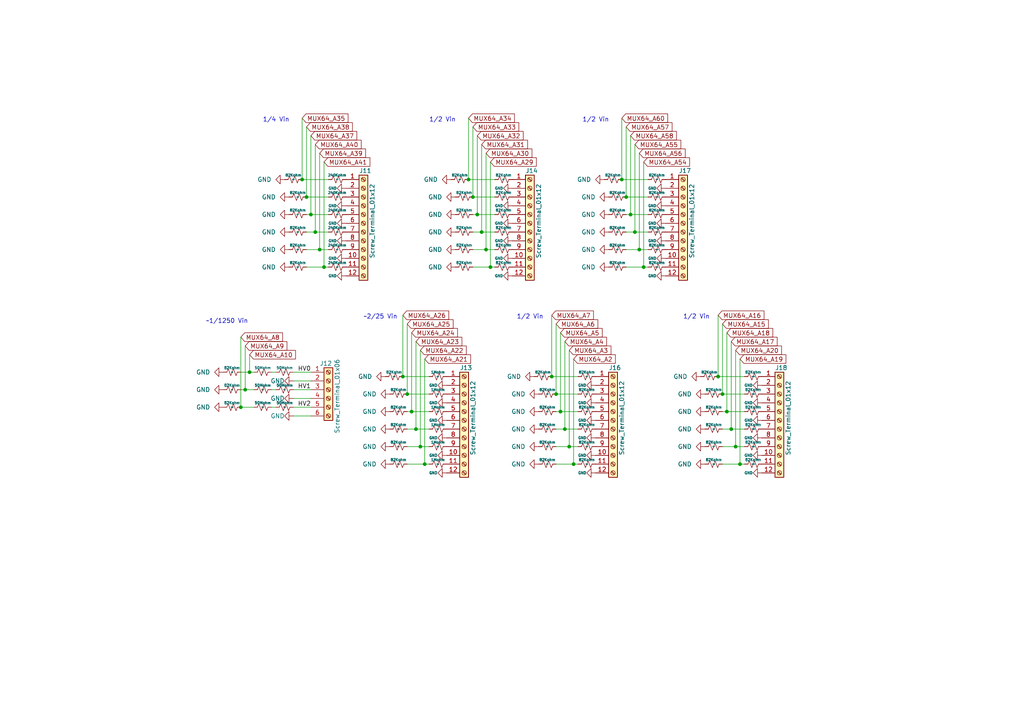
<source format=kicad_sch>
(kicad_sch (version 20230121) (generator eeschema)
  (paper "A4")
  (junction (at 212.09 124.46))
  (junction (at 88.9 57.15))
  (junction (at 209.55 114.3))
  (junction (at 71.12 113.03))
  (junction (at 160.02 109.22))
  (junction (at 210.82 119.38))
  (junction (at 137.16 57.15))
  (junction (at 213.36 129.54))
  (junction (at 214.63 134.62))
  (junction (at 184.15 67.31))
  (junction (at 138.43 62.23))
  (junction (at 93.98 77.47))
  (junction (at 118.11 114.3))
  (junction (at 163.83 124.46))
  (junction (at 182.88 62.23))
  (junction (at 120.65 124.46))
  (junction (at 185.42 72.39))
  (junction (at 87.63 52.07))
  (junction (at 162.56 119.38))
  (junction (at 135.89 52.07))
  (junction (at 116.84 109.22))
  (junction (at 208.28 109.22))
  (junction (at 186.69 77.47))
  (junction (at 69.85 118.11))
  (junction (at 91.44 67.31))
  (junction (at 142.24 77.47))
  (junction (at 161.29 114.3))
  (junction (at 90.17 62.23))
  (junction (at 166.37 134.62))
  (junction (at 165.1 129.54))
  (junction (at 92.71 72.39))
  (junction (at 140.97 72.39))
  (junction (at 72.39 107.95))
  (junction (at 180.34 52.07))
  (junction (at 181.61 57.15))
  (junction (at 123.19 134.62))
  (junction (at 121.92 129.54))
  (junction (at 139.7 67.31))
  (junction (at 119.38 119.38))
  (wire (pts (xy 93.98 46.99) (xy 93.98 77.47)))
  (wire (pts (xy 209.55 129.54) (xy 213.36 129.54)))
  (wire (pts (xy 88.9 77.47) (xy 93.98 77.47)))
  (wire (pts (xy 78.74 113.03) (xy 80.01 113.03)))
  (wire (pts (xy 90.17 118.11) (xy 85.09 118.11)))
  (wire (pts (xy 119.38 119.38) (xy 124.46 119.38)))
  (wire (pts (xy 123.19 134.62) (xy 124.46 134.62)))
  (wire (pts (xy 142.24 46.99) (xy 142.24 77.47)))
  (wire (pts (xy 208.28 109.22) (xy 215.9 109.22)))
  (wire (pts (xy 161.29 134.62) (xy 166.37 134.62)))
  (wire (pts (xy 180.34 52.07) (xy 187.96 52.07)))
  (wire (pts (xy 160.02 109.22) (xy 160.02 91.44)))
  (wire (pts (xy 116.84 109.22) (xy 124.46 109.22)))
  (wire (pts (xy 119.38 96.52) (xy 119.38 119.38)))
  (wire (pts (xy 90.17 113.03) (xy 85.09 113.03)))
  (wire (pts (xy 162.56 96.52) (xy 162.56 119.38)))
  (wire (pts (xy 162.56 119.38) (xy 167.64 119.38)))
  (wire (pts (xy 71.12 113.03) (xy 71.12 100.33)))
  (wire (pts (xy 184.15 67.31) (xy 187.96 67.31)))
  (wire (pts (xy 88.9 67.31) (xy 91.44 67.31)))
  (wire (pts (xy 160.02 109.22) (xy 167.64 109.22)))
  (wire (pts (xy 135.89 52.07) (xy 143.51 52.07)))
  (wire (pts (xy 184.15 67.31) (xy 184.15 41.91)))
  (wire (pts (xy 93.98 77.47) (xy 95.25 77.47)))
  (wire (pts (xy 212.09 124.46) (xy 212.09 99.06)))
  (wire (pts (xy 92.71 72.39) (xy 95.25 72.39)))
  (wire (pts (xy 182.88 39.37) (xy 182.88 62.23)))
  (wire (pts (xy 137.16 57.15) (xy 143.51 57.15)))
  (wire (pts (xy 181.61 57.15) (xy 181.61 36.83)))
  (wire (pts (xy 137.16 72.39) (xy 140.97 72.39)))
  (wire (pts (xy 166.37 104.14) (xy 166.37 134.62)))
  (wire (pts (xy 161.29 119.38) (xy 162.56 119.38)))
  (wire (pts (xy 140.97 44.45) (xy 140.97 72.39)))
  (wire (pts (xy 210.82 96.52) (xy 210.82 119.38)))
  (wire (pts (xy 166.37 134.62) (xy 167.64 134.62)))
  (wire (pts (xy 185.42 72.39) (xy 187.96 72.39)))
  (wire (pts (xy 137.16 77.47) (xy 142.24 77.47)))
  (wire (pts (xy 78.74 118.11) (xy 80.01 118.11)))
  (wire (pts (xy 92.71 44.45) (xy 92.71 72.39)))
  (wire (pts (xy 90.17 107.95) (xy 85.09 107.95)))
  (wire (pts (xy 90.17 39.37) (xy 90.17 62.23)))
  (wire (pts (xy 142.24 77.47) (xy 143.51 77.47)))
  (wire (pts (xy 214.63 104.14) (xy 214.63 134.62)))
  (wire (pts (xy 121.92 101.6) (xy 121.92 129.54)))
  (wire (pts (xy 213.36 129.54) (xy 215.9 129.54)))
  (wire (pts (xy 90.17 62.23) (xy 95.25 62.23)))
  (wire (pts (xy 161.29 114.3) (xy 161.29 93.98)))
  (wire (pts (xy 118.11 134.62) (xy 123.19 134.62)))
  (wire (pts (xy 182.88 62.23) (xy 187.96 62.23)))
  (wire (pts (xy 139.7 67.31) (xy 143.51 67.31)))
  (wire (pts (xy 212.09 124.46) (xy 215.9 124.46)))
  (wire (pts (xy 181.61 62.23) (xy 182.88 62.23)))
  (wire (pts (xy 121.92 129.54) (xy 124.46 129.54)))
  (wire (pts (xy 208.28 109.22) (xy 208.28 91.44)))
  (wire (pts (xy 116.84 109.22) (xy 116.84 91.44)))
  (wire (pts (xy 209.55 124.46) (xy 212.09 124.46)))
  (wire (pts (xy 87.63 52.07) (xy 95.25 52.07)))
  (wire (pts (xy 186.69 46.99) (xy 186.69 77.47)))
  (wire (pts (xy 88.9 57.15) (xy 95.25 57.15)))
  (wire (pts (xy 88.9 57.15) (xy 88.9 36.83)))
  (wire (pts (xy 138.43 39.37) (xy 138.43 62.23)))
  (wire (pts (xy 118.11 119.38) (xy 119.38 119.38)))
  (wire (pts (xy 181.61 67.31) (xy 184.15 67.31)))
  (wire (pts (xy 165.1 129.54) (xy 167.64 129.54)))
  (wire (pts (xy 118.11 124.46) (xy 120.65 124.46)))
  (wire (pts (xy 180.34 52.07) (xy 180.34 34.29)))
  (wire (pts (xy 139.7 67.31) (xy 139.7 41.91)))
  (wire (pts (xy 163.83 124.46) (xy 167.64 124.46)))
  (wire (pts (xy 137.16 57.15) (xy 137.16 36.83)))
  (wire (pts (xy 118.11 114.3) (xy 124.46 114.3)))
  (wire (pts (xy 214.63 134.62) (xy 215.9 134.62)))
  (wire (pts (xy 88.9 62.23) (xy 90.17 62.23)))
  (wire (pts (xy 161.29 124.46) (xy 163.83 124.46)))
  (wire (pts (xy 69.85 97.79) (xy 69.85 118.11)))
  (wire (pts (xy 120.65 124.46) (xy 120.65 99.06)))
  (wire (pts (xy 165.1 101.6) (xy 165.1 129.54)))
  (wire (pts (xy 137.16 67.31) (xy 139.7 67.31)))
  (wire (pts (xy 69.85 118.11) (xy 73.66 118.11)))
  (wire (pts (xy 161.29 129.54) (xy 165.1 129.54)))
  (wire (pts (xy 72.39 107.95) (xy 73.66 107.95)))
  (wire (pts (xy 137.16 62.23) (xy 138.43 62.23)))
  (wire (pts (xy 90.17 120.65) (xy 85.09 120.65)))
  (wire (pts (xy 135.89 52.07) (xy 135.89 34.29)))
  (wire (pts (xy 163.83 124.46) (xy 163.83 99.06)))
  (wire (pts (xy 87.63 52.07) (xy 87.63 34.29)))
  (wire (pts (xy 209.55 114.3) (xy 215.9 114.3)))
  (wire (pts (xy 140.97 72.39) (xy 143.51 72.39)))
  (wire (pts (xy 120.65 124.46) (xy 124.46 124.46)))
  (wire (pts (xy 91.44 67.31) (xy 95.25 67.31)))
  (wire (pts (xy 138.43 62.23) (xy 143.51 62.23)))
  (wire (pts (xy 209.55 114.3) (xy 209.55 93.98)))
  (wire (pts (xy 118.11 114.3) (xy 118.11 93.98)))
  (wire (pts (xy 213.36 101.6) (xy 213.36 129.54)))
  (wire (pts (xy 88.9 72.39) (xy 92.71 72.39)))
  (wire (pts (xy 91.44 67.31) (xy 91.44 41.91)))
  (wire (pts (xy 185.42 44.45) (xy 185.42 72.39)))
  (wire (pts (xy 181.61 72.39) (xy 185.42 72.39)))
  (wire (pts (xy 181.61 57.15) (xy 187.96 57.15)))
  (wire (pts (xy 71.12 113.03) (xy 73.66 113.03)))
  (wire (pts (xy 69.85 113.03) (xy 71.12 113.03)))
  (wire (pts (xy 69.85 107.95) (xy 72.39 107.95)))
  (wire (pts (xy 161.29 114.3) (xy 167.64 114.3)))
  (wire (pts (xy 123.19 104.14) (xy 123.19 134.62)))
  (wire (pts (xy 209.55 134.62) (xy 214.63 134.62)))
  (wire (pts (xy 210.82 119.38) (xy 215.9 119.38)))
  (wire (pts (xy 186.69 77.47) (xy 187.96 77.47)))
  (wire (pts (xy 118.11 129.54) (xy 121.92 129.54)))
  (wire (pts (xy 90.17 115.57) (xy 85.09 115.57)))
  (wire (pts (xy 72.39 107.95) (xy 72.39 102.87)))
  (wire (pts (xy 209.55 119.38) (xy 210.82 119.38)))
  (wire (pts (xy 181.61 77.47) (xy 186.69 77.47)))
  (wire (pts (xy 78.74 107.95) (xy 80.01 107.95)))
  (wire (pts (xy 90.17 110.49) (xy 85.09 110.49)))
  (text "~2/25 Vin" (at 105.41 92.71 0) (effects (font (size 1.27 1.27)) (justify left bottom)))
  (text "~1/1250 Vin" (at 59.69 93.98 0) (effects (font (size 1.27 1.27)) (justify left bottom)))
  (text "1/2 Vin" (at 124.46 35.56 0) (effects (font (size 1.27 1.27)) (justify left bottom)))
  (text "1/4 Vin" (at 76.2 35.56 0) (effects (font (size 1.27 1.27)) (justify left bottom)))
  (text "1/2 Vin" (at 168.91 35.56 0) (effects (font (size 1.27 1.27)) (justify left bottom)))
  (text "1/2 Vin" (at 149.86 92.71 0) (effects (font (size 1.27 1.27)) (justify left bottom)))
  (text "1/2 Vin" (at 198.12 92.71 0) (effects (font (size 1.27 1.27)) (justify left bottom)))
  (label "HV0" (at 86.36 107.95 0))
  (label "HV1" (at 86.36 113.03 0))
  (label "HV2" (at 86.36 118.11 0))
  (global_label "MUX64_A21" (shape input) (at 123.19 104.14 0) (property "Intersheetrefs" "${INTERSHEET_REFS}" (effects hide)))
  (global_label "MUX64_A35" (shape input) (at 87.63 34.29 0) (property "Intersheetrefs" "${INTERSHEET_REFS}" (effects hide)))
  (global_label "MUX64_A32" (shape input) (at 138.43 39.37 0) (property "Intersheetrefs" "${INTERSHEET_REFS}" (effects hide)))
  (global_label "MUX64_A54" (shape input) (at 186.69 46.99 0) (property "Intersheetrefs" "${INTERSHEET_REFS}" (effects hide)))
  (global_label "MUX64_A3" (shape input) (at 165.1 101.6 0) (property "Intersheetrefs" "${INTERSHEET_REFS}" (effects hide)))
  (global_label "MUX64_A8" (shape input) (at 69.85 97.79 0) (property "Intersheetrefs" "${INTERSHEET_REFS}" (effects hide)))
  (global_label "MUX64_A22" (shape input) (at 121.92 101.6 0) (property "Intersheetrefs" "${INTERSHEET_REFS}" (effects hide)))
  (global_label "MUX64_A55" (shape input) (at 184.15 41.91 0) (property "Intersheetrefs" "${INTERSHEET_REFS}" (effects hide)))
  (global_label "MUX64_A29" (shape input) (at 142.24 46.99 0) (property "Intersheetrefs" "${INTERSHEET_REFS}" (effects hide)))
  (global_label "MUX64_A40" (shape input) (at 91.44 41.91 0) (property "Intersheetrefs" "${INTERSHEET_REFS}" (effects hide)))
  (global_label "MUX64_A34" (shape input) (at 135.89 34.29 0) (property "Intersheetrefs" "${INTERSHEET_REFS}" (effects hide)))
  (global_label "MUX64_A56" (shape input) (at 185.42 44.45 0) (property "Intersheetrefs" "${INTERSHEET_REFS}" (effects hide)))
  (global_label "MUX64_A24" (shape input) (at 119.38 96.52 0) (property "Intersheetrefs" "${INTERSHEET_REFS}" (effects hide)))
  (global_label "MUX64_A37" (shape input) (at 90.17 39.37 0) (property "Intersheetrefs" "${INTERSHEET_REFS}" (effects hide)))
  (global_label "MUX64_A60" (shape input) (at 180.34 34.29 0) (property "Intersheetrefs" "${INTERSHEET_REFS}" (effects hide)))
  (global_label "MUX64_A5" (shape input) (at 162.56 96.52 0) (property "Intersheetrefs" "${INTERSHEET_REFS}" (effects hide)))
  (global_label "MUX64_A10" (shape input) (at 72.39 102.87 0) (property "Intersheetrefs" "${INTERSHEET_REFS}" (effects hide)))
  (global_label "MUX64_A26" (shape input) (at 116.84 91.44 0) (property "Intersheetrefs" "${INTERSHEET_REFS}" (effects hide)))
  (global_label "MUX64_A20" (shape input) (at 213.36 101.6 0) (property "Intersheetrefs" "${INTERSHEET_REFS}" (effects hide)))
  (global_label "MUX64_A58" (shape input) (at 182.88 39.37 0) (property "Intersheetrefs" "${INTERSHEET_REFS}" (effects hide)))
  (global_label "MUX64_A30" (shape input) (at 140.97 44.45 0) (property "Intersheetrefs" "${INTERSHEET_REFS}" (effects hide)))
  (global_label "MUX64_A9" (shape input) (at 71.12 100.33 0) (property "Intersheetrefs" "${INTERSHEET_REFS}" (effects hide)))
  (global_label "MUX64_A31" (shape input) (at 139.7 41.91 0) (property "Intersheetrefs" "${INTERSHEET_REFS}" (effects hide)))
  (global_label "MUX64_A7" (shape input) (at 160.02 91.44 0) (property "Intersheetrefs" "${INTERSHEET_REFS}" (effects hide)))
  (global_label "MUX64_A57" (shape input) (at 181.61 36.83 0) (property "Intersheetrefs" "${INTERSHEET_REFS}" (effects hide)))
  (global_label "MUX64_A19" (shape input) (at 214.63 104.14 0) (property "Intersheetrefs" "${INTERSHEET_REFS}" (effects hide)))
  (global_label "MUX64_A38" (shape input) (at 88.9 36.83 0) (property "Intersheetrefs" "${INTERSHEET_REFS}" (effects hide)))
  (global_label "MUX64_A23" (shape input) (at 120.65 99.06 0) (property "Intersheetrefs" "${INTERSHEET_REFS}" (effects hide)))
  (global_label "MUX64_A39" (shape input) (at 92.71 44.45 0) (property "Intersheetrefs" "${INTERSHEET_REFS}" (effects hide)))
  (global_label "MUX64_A16" (shape input) (at 208.28 91.44 0) (property "Intersheetrefs" "${INTERSHEET_REFS}" (effects hide)))
  (global_label "MUX64_A25" (shape input) (at 118.11 93.98 0) (property "Intersheetrefs" "${INTERSHEET_REFS}" (effects hide)))
  (global_label "MUX64_A33" (shape input) (at 137.16 36.83 0) (property "Intersheetrefs" "${INTERSHEET_REFS}" (effects hide)))
  (global_label "MUX64_A17" (shape input) (at 212.09 99.06 0) (property "Intersheetrefs" "${INTERSHEET_REFS}" (effects hide)))
  (global_label "MUX64_A41" (shape input) (at 93.98 46.99 0) (property "Intersheetrefs" "${INTERSHEET_REFS}" (effects hide)))
  (global_label "MUX64_A18" (shape input) (at 210.82 96.52 0) (property "Intersheetrefs" "${INTERSHEET_REFS}" (effects hide)))
  (global_label "MUX64_A2" (shape input) (at 166.37 104.14 0) (property "Intersheetrefs" "${INTERSHEET_REFS}" (effects hide)))
  (global_label "MUX64_A4" (shape input) (at 163.83 99.06 0) (property "Intersheetrefs" "${INTERSHEET_REFS}" (effects hide)))
  (global_label "MUX64_A6" (shape input) (at 161.29 93.98 0) (property "Intersheetrefs" "${INTERSHEET_REFS}" (effects hide)))
  (global_label "MUX64_A15" (shape input) (at 209.55 93.98 0) (property "Intersheetrefs" "${INTERSHEET_REFS}" (effects hide)))
  (symbol (lib_id "power:GND") (at 85.09 110.49 270) (unit 1)
    (property "Reference" "#PWR0171" (effects hide))
    (property "Value" "GND" (at 82.55 110.49 90) (effects (justify right)))
  )
  (symbol (lib_id "power:GND") (at 204.47 119.38 270) (unit 1)
    (property "Reference" "#PWR0137" (effects hide))
    (property "Value" "GND" (at 200.66 119.3799 90) (effects (justify right)))
  )
  (symbol (lib_id "Device:R_Small_US") (at 86.36 57.15 90) (unit 1)
    (property "Reference" "R16" (at 86.36 57.15 90) (effects (font (size 0.25 0.25))))
    (property "Value" "82Kohm" (at 86.36 55.88 90) (effects (font (size 0.75 0.75))))
    (property "Footprint" "Resistor_SMD:R_0805_2012Metric" (effects hide))
  )
  (symbol (lib_id "power:GND") (at 204.47 134.62 270) (unit 1)
    (property "Reference" "#PWR0132" (effects hide))
    (property "Value" "GND" (at 200.66 134.6199 90) (effects (justify right)))
  )
  (symbol (lib_id "power:GND") (at 172.72 111.76 270) (unit 1)
    (property "Reference" "#PWR0147" (effects hide))
    (property "Value" "GND" (at 167.64 111.76 90) (effects (font (size 0.75 0.75)) (justify left)))
  )
  (symbol (lib_id "power:GND") (at 204.47 114.3 270) (unit 1)
    (property "Reference" "#PWR0138" (effects hide))
    (property "Value" "GND" (at 200.66 114.2999 90) (effects (justify right)))
  )
  (symbol (lib_id "power:GND") (at 85.09 115.57 270) (unit 1)
    (property "Reference" "#PWR0169" (effects hide))
    (property "Value" "GND" (at 82.55 115.57 90) (effects (justify right)))
  )
  (symbol (lib_id "Device:R_Small_US") (at 86.36 62.23 90) (unit 1)
    (property "Reference" "R17" (at 86.36 62.23 90) (effects (font (size 0.25 0.25))))
    (property "Value" "82Kohm" (at 86.36 60.96 90) (effects (font (size 0.75 0.75))))
    (property "Footprint" "Resistor_SMD:R_0805_2012Metric" (effects hide))
  )
  (symbol (lib_id "Device:R_Small_US") (at 146.05 77.47 90) (unit 1)
    (property "Reference" "R62" (at 146.05 77.47 90) (effects (font (size 0.25 0.25))))
    (property "Value" "82Kohm" (at 146.05 76.2 90) (effects (font (size 0.75 0.75))))
    (property "Footprint" "Resistor_SMD:R_0805_2012Metric" (effects hide))
  )
  (symbol (lib_id "Device:R_Small_US") (at 115.57 114.3 90) (unit 1)
    (property "Reference" "R41" (at 115.57 114.3 90) (effects (font (size 0.25 0.25))))
    (property "Value" "82Kohm" (at 115.57 113.03 90) (effects (font (size 0.75 0.75))))
    (property "Footprint" "Resistor_SMD:R_0805_2012Metric" (effects hide))
  )
  (symbol (lib_id "Device:R_Small_US") (at 146.05 67.31 90) (unit 1)
    (property "Reference" "R60" (at 146.05 67.31 90) (effects (font (size 0.25 0.25))))
    (property "Value" "82Kohm" (at 146.05 66.04 90) (effects (font (size 0.75 0.75))))
    (property "Footprint" "Resistor_SMD:R_0805_2012Metric" (effects hide))
  )
  (symbol (lib_id "Device:R_Small_US") (at 190.5 67.31 90) (unit 1)
    (property "Reference" "R102" (at 190.5 67.31 90) (effects (font (size 0.25 0.25))))
    (property "Value" "82Kohm" (at 190.5 66.04 90) (effects (font (size 0.75 0.75))))
    (property "Footprint" "Resistor_SMD:R_0805_2012Metric" (effects hide))
  )
  (symbol (lib_id "Connector:Screw_Terminal_01x12") (at 134.62 121.92 0) (unit 1)
    (property "Reference" "J13" (at 133.35 106.68 0) (effects (justify left)))
    (property "Value" "Screw_Terminal_01x12" (at 137.16 132.08 90) (effects (justify left)))
    (property "Footprint" "TerminalBlock_Phoenix:TerminalBlock_Phoenix_MPT-0,5-12-2.54_1x12_P2.54mm_Horizontal" (effects hide))
  )
  (symbol (lib_id "power:GND") (at 193.04 74.93 270) (unit 1)
    (property "Reference" "#PWR0210" (effects hide))
    (property "Value" "GND" (at 187.96 74.93 90) (effects (font (size 0.75 0.75)) (justify left)))
  )
  (symbol (lib_id "Connector:Screw_Terminal_01x12") (at 153.67 64.77 0) (unit 1)
    (property "Reference" "J14" (at 152.4 49.53 0) (effects (justify left)))
    (property "Value" "Screw_Terminal_01x12" (at 156.21 74.93 90) (effects (justify left)))
    (property "Footprint" "TerminalBlock_Phoenix:TerminalBlock_Phoenix_MPT-0,5-12-2.54_1x12_P2.54mm_Horizontal" (effects hide))
  )
  (symbol (lib_id "power:GND") (at 100.33 80.01 270) (unit 1)
    (property "Reference" "#PWR0168" (effects hide))
    (property "Value" "GND" (at 95.25 80.01 90) (effects (font (size 0.75 0.75)) (justify left)))
  )
  (symbol (lib_id "Device:R_Small_US") (at 218.44 134.62 90) (unit 1)
    (property "Reference" "R110" (at 218.44 134.62 90) (effects (font (size 0.25 0.25))))
    (property "Value" "82Kohm" (at 218.44 133.35 90) (effects (font (size 0.75 0.75))))
    (property "Footprint" "Resistor_SMD:R_0805_2012Metric" (effects hide))
  )
  (symbol (lib_id "power:GND") (at 111.76 109.22 270) (unit 1)
    (property "Reference" "#PWR0195" (effects hide))
    (property "Value" "GND" (at 107.95 109.2199 90) (effects (justify right)))
  )
  (symbol (lib_id "Device:R_Small_US") (at 86.36 77.47 90) (unit 1)
    (property "Reference" "R20" (at 86.36 77.47 90) (effects (font (size 0.25 0.25))))
    (property "Value" "82Kohm" (at 86.36 76.2 90) (effects (font (size 0.75 0.75))))
    (property "Footprint" "Resistor_SMD:R_0805_2012Metric" (effects hide))
  )
  (symbol (lib_id "Device:R_Small_US") (at 179.07 57.15 90) (unit 1)
    (property "Reference" "R89" (at 179.07 57.15 90) (effects (font (size 0.25 0.25))))
    (property "Value" "82Kohm" (at 179.07 55.88 90) (effects (font (size 0.75 0.75))))
    (property "Footprint" "Resistor_SMD:R_0805_2012Metric" (effects hide))
  )
  (symbol (lib_id "Device:R_Small_US") (at 146.05 52.07 90) (unit 1)
    (property "Reference" "R57" (at 146.05 52.07 90) (effects (font (size 0.25 0.25))))
    (property "Value" "82Kohm" (at 146.05 50.8 90) (effects (font (size 0.75 0.75))))
    (property "Footprint" "Resistor_SMD:R_0805_2012Metric" (effects hide))
  )
  (symbol (lib_id "Device:R_Small_US") (at 218.44 114.3 90) (unit 1)
    (property "Reference" "R106" (at 218.44 114.3 90) (effects (font (size 0.25 0.25))))
    (property "Value" "82Kohm" (at 218.44 113.03 90) (effects (font (size 0.75 0.75))))
    (property "Footprint" "Resistor_SMD:R_0805_2012Metric" (effects hide))
  )
  (symbol (lib_id "power:GND") (at 100.33 74.93 270) (unit 1)
    (property "Reference" "#PWR0188" (effects hide))
    (property "Value" "GND" (at 95.25 74.93 90) (effects (font (size 0.75 0.75)) (justify left)))
  )
  (symbol (lib_id "power:GND") (at 132.08 62.23 270) (unit 1)
    (property "Reference" "#PWR0162" (effects hide))
    (property "Value" "GND" (at 128.27 62.2299 90) (effects (justify right)))
  )
  (symbol (lib_id "power:GND") (at 193.04 59.69 270) (unit 1)
    (property "Reference" "#PWR0224" (effects hide))
    (property "Value" "GND" (at 187.96 59.69 90) (effects (font (size 0.75 0.75)) (justify left)))
  )
  (symbol (lib_id "power:GND") (at 176.53 62.23 270) (unit 1)
    (property "Reference" "#PWR0227" (effects hide))
    (property "Value" "GND" (at 172.72 62.2299 90) (effects (justify right)))
  )
  (symbol (lib_id "Device:R_Small_US") (at 134.62 67.31 90) (unit 1)
    (property "Reference" "R48" (at 134.62 67.31 90) (effects (font (size 0.25 0.25))))
    (property "Value" "82Kohm" (at 134.62 66.04 90) (effects (font (size 0.75 0.75))))
    (property "Footprint" "Resistor_SMD:R_0805_2012Metric" (effects hide))
  )
  (symbol (lib_id "Device:R_Small_US") (at 179.07 72.39 90) (unit 1)
    (property "Reference" "R92" (at 179.07 72.39 90) (effects (font (size 0.25 0.25))))
    (property "Value" "82Kohm" (at 179.07 71.12 90) (effects (font (size 0.75 0.75))))
    (property "Footprint" "Resistor_SMD:R_0805_2012Metric" (effects hide))
  )
  (symbol (lib_id "Device:R_Small_US") (at 127 109.22 90) (unit 1)
    (property "Reference" "R51" (at 127 109.22 90) (effects (font (size 0.25 0.25))))
    (property "Value" "1Mohm" (at 127 107.95 90) (effects (font (size 0.75 0.75))))
    (property "Footprint" "Resistor_SMD:R_0805_2012Metric" (effects hide))
  )
  (symbol (lib_id "Device:R_Small_US") (at 127 129.54 90) (unit 1)
    (property "Reference" "R55" (at 127 129.54 90) (effects (font (size 0.25 0.25))))
    (property "Value" "1Mohm" (at 127 128.27 90) (effects (font (size 0.75 0.75))))
    (property "Footprint" "Resistor_SMD:R_0805_2012Metric" (effects hide))
  )
  (symbol (lib_id "Connector:Screw_Terminal_01x12") (at 177.8 121.92 0) (unit 1)
    (property "Reference" "J16" (at 176.53 106.68 0) (effects (justify left)))
    (property "Value" "Screw_Terminal_01x12" (at 180.34 132.08 90) (effects (justify left)))
    (property "Footprint" "TerminalBlock_Phoenix:TerminalBlock_Phoenix_MPT-0,5-12-2.54_1x12_P2.54mm_Horizontal" (effects hide))
  )
  (symbol (lib_id "Device:R_Small_US") (at 82.55 118.11 90) (unit 1)
    (property "Reference" "R22" (at 82.55 118.11 90) (effects (font (size 0.25 0.25))))
    (property "Value" "50Mohm" (at 82.55 116.84 90) (effects (font (size 0.75 0.75))))
    (property "Footprint" "Resistor_SMD:R_1206_3216Metric" (effects hide))
  )
  (symbol (lib_id "Device:R_Small_US") (at 218.44 119.38 90) (unit 1)
    (property "Reference" "R107" (at 218.44 119.38 90) (effects (font (size 0.25 0.25))))
    (property "Value" "82Kohm" (at 218.44 118.11 90) (effects (font (size 0.75 0.75))))
    (property "Footprint" "Resistor_SMD:R_0805_2012Metric" (effects hide))
  )
  (symbol (lib_id "Device:R_Small_US") (at 218.44 109.22 90) (unit 1)
    (property "Reference" "R105" (at 218.44 109.22 90) (effects (font (size 0.25 0.25))))
    (property "Value" "82Kohm" (at 218.44 107.95 90) (effects (font (size 0.75 0.75))))
    (property "Footprint" "Resistor_SMD:R_0805_2012Metric" (effects hide))
  )
  (symbol (lib_id "power:GND") (at 129.54 127 270) (unit 1)
    (property "Reference" "#PWR0150" (effects hide))
    (property "Value" "GND" (at 124.46 127 90) (effects (font (size 0.75 0.75)) (justify left)))
  )
  (symbol (lib_id "Device:R_Small_US") (at 190.5 57.15 90) (unit 1)
    (property "Reference" "R100" (at 190.5 57.15 90) (effects (font (size 0.25 0.25))))
    (property "Value" "82Kohm" (at 190.5 55.88 90) (effects (font (size 0.75 0.75))))
    (property "Footprint" "Resistor_SMD:R_0805_2012Metric" (effects hide))
  )
  (symbol (lib_id "power:GND") (at 132.08 77.47 270) (unit 1)
    (property "Reference" "#PWR0165" (effects hide))
    (property "Value" "GND" (at 128.27 77.4699 90) (effects (justify right)))
  )
  (symbol (lib_id "Device:R_Small_US") (at 170.18 134.62 90) (unit 1)
    (property "Reference" "R86" (at 170.18 134.62 90) (effects (font (size 0.25 0.25))))
    (property "Value" "82Kohm" (at 170.18 133.35 90) (effects (font (size 0.75 0.75))))
    (property "Footprint" "Resistor_SMD:R_0805_2012Metric" (effects hide))
  )
  (symbol (lib_id "power:GND") (at 203.2 109.22 270) (unit 1)
    (property "Reference" "#PWR0139" (effects hide))
    (property "Value" "GND" (at 199.39 109.2199 90) (effects (justify right)))
  )
  (symbol (lib_id "power:GND") (at 172.72 127 270) (unit 1)
    (property "Reference" "#PWR0144" (effects hide))
    (property "Value" "GND" (at 167.64 127 90) (effects (font (size 0.75 0.75)) (justify left)))
  )
  (symbol (lib_id "Device:R_Small_US") (at 97.79 52.07 90) (unit 1)
    (property "Reference" "R27" (at 97.79 52.07 90) (effects (font (size 0.25 0.25))))
    (property "Value" "240Kohm" (at 97.79 50.8 90) (effects (font (size 0.75 0.75))))
    (property "Footprint" "Resistor_SMD:R_0805_2012Metric" (effects hide))
  )
  (symbol (lib_id "Device:R_Small_US") (at 67.31 118.11 90) (unit 1)
    (property "Reference" "R10" (at 67.31 118.11 90) (effects (font (size 0.25 0.25))))
    (property "Value" "82Kohm" (at 67.31 116.84 90) (effects (font (size 0.75 0.75))))
    (property "Footprint" "Resistor_SMD:R_0805_2012Metric" (effects hide))
  )
  (symbol (lib_id "Device:R_Small_US") (at 157.48 109.22 90) (unit 1)
    (property "Reference" "R64" (at 157.48 109.22 90) (effects (font (size 0.25 0.25))))
    (property "Value" "82Kohm" (at 157.48 107.95 90) (effects (font (size 0.75 0.75))))
    (property "Footprint" "Resistor_SMD:R_0805_2012Metric" (effects hide))
  )
  (symbol (lib_id "Device:R_Small_US") (at 207.01 134.62 90) (unit 1)
    (property "Reference" "R98" (at 207.01 134.62 90) (effects (font (size 0.25 0.25))))
    (property "Value" "82Kohm" (at 207.01 133.35 90) (effects (font (size 0.75 0.75))))
    (property "Footprint" "Resistor_SMD:R_0805_2012Metric" (effects hide))
  )
  (symbol (lib_id "Device:R_Small_US") (at 170.18 109.22 90) (unit 1)
    (property "Reference" "R81" (at 170.18 109.22 90) (effects (font (size 0.25 0.25))))
    (property "Value" "82Kohm" (at 170.18 107.95 90) (effects (font (size 0.75 0.75))))
    (property "Footprint" "Resistor_SMD:R_0805_2012Metric" (effects hide))
  )
  (symbol (lib_id "power:GND") (at 132.08 57.15 270) (unit 1)
    (property "Reference" "#PWR0163" (effects hide))
    (property "Value" "GND" (at 128.27 57.1499 90) (effects (justify right)))
  )
  (symbol (lib_id "Device:R_Small_US") (at 158.75 124.46 90) (unit 1)
    (property "Reference" "R72" (at 158.75 124.46 90) (effects (font (size 0.25 0.25))))
    (property "Value" "82Kohm" (at 158.75 123.19 90) (effects (font (size 0.75 0.75))))
    (property "Footprint" "Resistor_SMD:R_0805_2012Metric" (effects hide))
  )
  (symbol (lib_id "power:GND") (at 154.94 109.22 270) (unit 1)
    (property "Reference" "#PWR0161" (effects hide))
    (property "Value" "GND" (at 151.13 109.2199 90) (effects (justify right)))
  )
  (symbol (lib_id "Device:R_Small_US") (at 115.57 134.62 90) (unit 1)
    (property "Reference" "R45" (at 115.57 134.62 90) (effects (font (size 0.25 0.25))))
    (property "Value" "82Kohm" (at 115.57 133.35 90) (effects (font (size 0.75 0.75))))
    (property "Footprint" "Resistor_SMD:R_0805_2012Metric" (effects hide))
  )
  (symbol (lib_id "Device:R_Small_US") (at 179.07 67.31 90) (unit 1)
    (property "Reference" "R91" (at 179.07 67.31 90) (effects (font (size 0.25 0.25))))
    (property "Value" "82Kohm" (at 179.07 66.04 90) (effects (font (size 0.75 0.75))))
    (property "Footprint" "Resistor_SMD:R_0805_2012Metric" (effects hide))
  )
  (symbol (lib_id "power:GND") (at 64.77 107.95 270) (unit 1)
    (property "Reference" "#PWR0172" (effects hide))
    (property "Value" "GND" (at 60.96 107.95 90) (effects (justify right)))
  )
  (symbol (lib_id "Device:R_Small_US") (at 207.01 129.54 90) (unit 1)
    (property "Reference" "R97" (at 207.01 129.54 90) (effects (font (size 0.25 0.25))))
    (property "Value" "82Kohm" (at 207.01 128.27 90) (effects (font (size 0.75 0.75))))
    (property "Footprint" "Resistor_SMD:R_0805_2012Metric" (effects hide))
  )
  (symbol (lib_id "power:GND") (at 172.72 121.92 270) (unit 1)
    (property "Reference" "#PWR0145" (effects hide))
    (property "Value" "GND" (at 167.64 121.92 90) (effects (font (size 0.75 0.75)) (justify left)))
  )
  (symbol (lib_id "power:GND") (at 156.21 129.54 270) (unit 1)
    (property "Reference" "#PWR0156" (effects hide))
    (property "Value" "GND" (at 152.4 129.5399 90) (effects (justify right)))
  )
  (symbol (lib_id "power:GND") (at 172.72 116.84 270) (unit 1)
    (property "Reference" "#PWR0146" (effects hide))
    (property "Value" "GND" (at 167.64 116.84 90) (effects (font (size 0.75 0.75)) (justify left)))
  )
  (symbol (lib_id "power:GND") (at 100.33 69.85 270) (unit 1)
    (property "Reference" "#PWR0189" (effects hide))
    (property "Value" "GND" (at 95.25 69.85 90) (effects (font (size 0.75 0.75)) (justify left)))
  )
  (symbol (lib_id "power:GND") (at 129.54 132.08 270) (unit 1)
    (property "Reference" "#PWR0154" (effects hide))
    (property "Value" "GND" (at 124.46 132.08 90) (effects (font (size 0.75 0.75)) (justify left)))
  )
  (symbol (lib_id "Device:R_Small_US") (at 158.75 114.3 90) (unit 1)
    (property "Reference" "R70" (at 158.75 114.3 90) (effects (font (size 0.25 0.25))))
    (property "Value" "82Kohm" (at 158.75 113.03 90) (effects (font (size 0.75 0.75))))
    (property "Footprint" "Resistor_SMD:R_0805_2012Metric" (effects hide))
  )
  (symbol (lib_id "Connector:Screw_Terminal_01x12") (at 105.41 64.77 0) (unit 1)
    (property "Reference" "J11" (at 104.14 49.53 0) (effects (justify left)))
    (property "Value" "Screw_Terminal_01x12" (at 107.95 74.93 90) (effects (justify left)))
    (property "Footprint" "TerminalBlock_Phoenix:TerminalBlock_Phoenix_MPT-0,5-12-2.54_1x12_P2.54mm_Horizontal" (effects hide))
  )
  (symbol (lib_id "Device:R_Small_US") (at 85.09 52.07 90) (unit 1)
    (property "Reference" "R15" (at 85.09 52.07 90) (effects (font (size 0.25 0.25))))
    (property "Value" "82Kohm" (at 85.09 50.8 90) (effects (font (size 0.75 0.75))))
    (property "Footprint" "Resistor_SMD:R_0805_2012Metric" (effects hide))
  )
  (symbol (lib_id "Device:R_Small_US") (at 146.05 62.23 90) (unit 1)
    (property "Reference" "R59" (at 146.05 62.23 90) (effects (font (size 0.25 0.25))))
    (property "Value" "82Kohm" (at 146.05 60.96 90) (effects (font (size 0.75 0.75))))
    (property "Footprint" "Resistor_SMD:R_0805_2012Metric" (effects hide))
  )
  (symbol (lib_id "power:GND") (at 148.59 59.69 270) (unit 1)
    (property "Reference" "#PWR0203" (effects hide))
    (property "Value" "GND" (at 143.51 59.69 90) (effects (font (size 0.75 0.75)) (justify left)))
  )
  (symbol (lib_id "power:GND") (at 100.33 54.61 270) (unit 1)
    (property "Reference" "#PWR0185" (effects hide))
    (property "Value" "GND" (at 95.25 54.61 90) (effects (font (size 0.75 0.75)) (justify left)))
  )
  (symbol (lib_id "power:GND") (at 132.08 72.39 270) (unit 1)
    (property "Reference" "#PWR0166" (effects hide))
    (property "Value" "GND" (at 128.27 72.3899 90) (effects (justify right)))
  )
  (symbol (lib_id "power:GND") (at 113.03 119.38 270) (unit 1)
    (property "Reference" "#PWR0196" (effects hide))
    (property "Value" "GND" (at 109.22 119.3799 90) (effects (justify right)))
  )
  (symbol (lib_id "power:GND") (at 129.54 116.84 270) (unit 1)
    (property "Reference" "#PWR0152" (effects hide))
    (property "Value" "GND" (at 124.46 116.84 90) (effects (font (size 0.75 0.75)) (justify left)))
  )
  (symbol (lib_id "power:GND") (at 100.33 64.77 270) (unit 1)
    (property "Reference" "#PWR0187" (effects hide))
    (property "Value" "GND" (at 95.25 64.77 90) (effects (font (size 0.75 0.75)) (justify left)))
  )
  (symbol (lib_id "power:GND") (at 220.98 137.16 270) (unit 1)
    (property "Reference" "#PWR0141" (effects hide))
    (property "Value" "GND" (at 215.9 137.16 90) (effects (font (size 0.75 0.75)) (justify left)))
  )
  (symbol (lib_id "power:GND") (at 176.53 67.31 270) (unit 1)
    (property "Reference" "#PWR0207" (effects hide))
    (property "Value" "GND" (at 172.72 67.3099 90) (effects (justify right)))
  )
  (symbol (lib_id "Device:R_Small_US") (at 179.07 62.23 90) (unit 1)
    (property "Reference" "R90" (at 179.07 62.23 90) (effects (font (size 0.25 0.25))))
    (property "Value" "82Kohm" (at 179.07 60.96 90) (effects (font (size 0.75 0.75))))
    (property "Footprint" "Resistor_SMD:R_0805_2012Metric" (effects hide))
  )
  (symbol (lib_id "Device:R_Small_US") (at 205.74 109.22 90) (unit 1)
    (property "Reference" "R88" (at 205.74 109.22 90) (effects (font (size 0.25 0.25))))
    (property "Value" "82Kohm" (at 205.74 107.95 90) (effects (font (size 0.75 0.75))))
    (property "Footprint" "Resistor_SMD:R_0805_2012Metric" (effects hide))
  )
  (symbol (lib_id "Device:R_Small_US") (at 190.5 62.23 90) (unit 1)
    (property "Reference" "R101" (at 190.5 62.23 90) (effects (font (size 0.25 0.25))))
    (property "Value" "82Kohm" (at 190.5 60.96 90) (effects (font (size 0.75 0.75))))
    (property "Footprint" "Resistor_SMD:R_0805_2012Metric" (effects hide))
  )
  (symbol (lib_id "power:GND") (at 148.59 64.77 270) (unit 1)
    (property "Reference" "#PWR0200" (effects hide))
    (property "Value" "GND" (at 143.51 64.77 90) (effects (font (size 0.75 0.75)) (justify left)))
  )
  (symbol (lib_id "Device:R_Small_US") (at 127 114.3 90) (unit 1)
    (property "Reference" "R52" (at 127 114.3 90) (effects (font (size 0.25 0.25))))
    (property "Value" "1Mohm" (at 127 113.03 90) (effects (font (size 0.75 0.75))))
    (property "Footprint" "Resistor_SMD:R_0805_2012Metric" (effects hide))
  )
  (symbol (lib_id "power:GND") (at 83.82 67.31 270) (unit 1)
    (property "Reference" "#PWR0179" (effects hide))
    (property "Value" "GND" (at 80.01 67.3099 90) (effects (justify right)))
  )
  (symbol (lib_id "Device:R_Small_US") (at 207.01 124.46 90) (unit 1)
    (property "Reference" "R96" (at 207.01 124.46 90) (effects (font (size 0.25 0.25))))
    (property "Value" "82Kohm" (at 207.01 123.19 90) (effects (font (size 0.75 0.75))))
    (property "Footprint" "Resistor_SMD:R_0805_2012Metric" (effects hide))
  )
  (symbol (lib_id "Device:R_Small_US") (at 134.62 62.23 90) (unit 1)
    (property "Reference" "R47" (at 134.62 62.23 90) (effects (font (size 0.25 0.25))))
    (property "Value" "82Kohm" (at 134.62 60.96 90) (effects (font (size 0.75 0.75))))
    (property "Footprint" "Resistor_SMD:R_0805_2012Metric" (effects hide))
  )
  (symbol (lib_id "Device:R_Small_US") (at 86.36 67.31 90) (unit 1)
    (property "Reference" "R18" (at 86.36 67.31 90) (effects (font (size 0.25 0.25))))
    (property "Value" "82Kohm" (at 86.36 66.04 90) (effects (font (size 0.75 0.75))))
    (property "Footprint" "Resistor_SMD:R_0805_2012Metric" (effects hide))
  )
  (symbol (lib_id "power:GND") (at 148.59 54.61 270) (unit 1)
    (property "Reference" "#PWR0204" (effects hide))
    (property "Value" "GND" (at 143.51 54.61 90) (effects (font (size 0.75 0.75)) (justify left)))
  )
  (symbol (lib_id "Device:R_Small_US") (at 134.62 77.47 90) (unit 1)
    (property "Reference" "R50" (at 134.62 77.47 90) (effects (font (size 0.25 0.25))))
    (property "Value" "82Kohm" (at 134.62 76.2 90) (effects (font (size 0.75 0.75))))
    (property "Footprint" "Resistor_SMD:R_0805_2012Metric" (effects hide))
  )
  (symbol (lib_id "power:GND") (at 193.04 80.01 270) (unit 1)
    (property "Reference" "#PWR0211" (effects hide))
    (property "Value" "GND" (at 187.96 80.01 90) (effects (font (size 0.75 0.75)) (justify left)))
  )
  (symbol (lib_id "power:GND") (at 220.98 127 270) (unit 1)
    (property "Reference" "#PWR0143" (effects hide))
    (property "Value" "GND" (at 215.9 127 90) (effects (font (size 0.75 0.75)) (justify left)))
  )
  (symbol (lib_id "power:GND") (at 156.21 124.46 270) (unit 1)
    (property "Reference" "#PWR0158" (effects hide))
    (property "Value" "GND" (at 152.4 124.4599 90) (effects (justify right)))
  )
  (symbol (lib_id "Device:R_Small_US") (at 97.79 57.15 90) (unit 1)
    (property "Reference" "R28" (at 97.79 57.15 90) (effects (font (size 0.25 0.25))))
    (property "Value" "240Kohm" (at 97.79 55.88 90) (effects (font (size 0.75 0.75))))
    (property "Footprint" "Resistor_SMD:R_0805_2012Metric" (effects hide))
  )
  (symbol (lib_id "power:GND") (at 172.72 137.16 270) (unit 1)
    (property "Reference" "#PWR0148" (effects hide))
    (property "Value" "GND" (at 167.64 137.16 90) (effects (font (size 0.75 0.75)) (justify left)))
  )
  (symbol (lib_id "power:GND") (at 113.03 124.46 270) (unit 1)
    (property "Reference" "#PWR0192" (effects hide))
    (property "Value" "GND" (at 109.22 124.4599 90) (effects (justify right)))
  )
  (symbol (lib_id "Device:R_Small_US") (at 76.2 113.03 90) (unit 1)
    (property "Reference" "R12" (at 76.2 113.03 90) (effects (font (size 0.25 0.25))))
    (property "Value" "50Mohm" (at 76.2 111.76 90) (effects (font (size 0.75 0.75))))
    (property "Footprint" "Resistor_SMD:R_1206_3216Metric" (effects hide))
  )
  (symbol (lib_id "power:GND") (at 132.08 67.31 270) (unit 1)
    (property "Reference" "#PWR0167" (effects hide))
    (property "Value" "GND" (at 128.27 67.3099 90) (effects (justify right)))
  )
  (symbol (lib_id "power:GND") (at 129.54 121.92 270) (unit 1)
    (property "Reference" "#PWR0151" (effects hide))
    (property "Value" "GND" (at 124.46 121.92 90) (effects (font (size 0.75 0.75)) (justify left)))
  )
  (symbol (lib_id "Device:R_Small_US") (at 134.62 57.15 90) (unit 1)
    (property "Reference" "R46" (at 134.62 57.15 90) (effects (font (size 0.25 0.25))))
    (property "Value" "82Kohm" (at 134.62 55.88 90) (effects (font (size 0.75 0.75))))
    (property "Footprint" "Resistor_SMD:R_0805_2012Metric" (effects hide))
  )
  (symbol (lib_id "power:GND") (at 64.77 113.03 270) (unit 1)
    (property "Reference" "#PWR0174" (effects hide))
    (property "Value" "GND" (at 60.96 113.03 90) (effects (justify right)))
  )
  (symbol (lib_id "power:GND") (at 113.03 134.62 270) (unit 1)
    (property "Reference" "#PWR0190" (effects hide))
    (property "Value" "GND" (at 109.22 134.6199 90) (effects (justify right)))
  )
  (symbol (lib_id "Device:R_Small_US") (at 82.55 113.03 90) (unit 1)
    (property "Reference" "R21" (at 82.55 113.03 90) (effects (font (size 0.25 0.25))))
    (property "Value" "50Mohm" (at 82.55 111.76 90) (effects (font (size 0.75 0.75))))
    (property "Footprint" "Resistor_SMD:R_1206_3216Metric" (effects hide))
  )
  (symbol (lib_id "Device:R_Small_US") (at 82.55 107.95 90) (unit 1)
    (property "Reference" "R14" (at 82.55 107.95 90) (effects (font (size 0.25 0.25))))
    (property "Value" "50Mohm" (at 82.55 106.68 90) (effects (font (size 0.75 0.75))))
    (property "Footprint" "Resistor_SMD:R_1206_3216Metric" (effects hide))
  )
  (symbol (lib_id "Device:R_Small_US") (at 170.18 114.3 90) (unit 1)
    (property "Reference" "R82" (at 170.18 114.3 90) (effects (font (size 0.25 0.25))))
    (property "Value" "82Kohm" (at 170.18 113.03 90) (effects (font (size 0.75 0.75))))
    (property "Footprint" "Resistor_SMD:R_0805_2012Metric" (effects hide))
  )
  (symbol (lib_id "Device:R_Small_US") (at 127 124.46 90) (unit 1)
    (property "Reference" "R54" (at 127 124.46 90) (effects (font (size 0.25 0.25))))
    (property "Value" "1Mohm" (at 127 123.19 90) (effects (font (size 0.75 0.75))))
    (property "Footprint" "Resistor_SMD:R_0805_2012Metric" (effects hide))
  )
  (symbol (lib_id "power:GND") (at 176.53 77.47 270) (unit 1)
    (property "Reference" "#PWR0206" (effects hide))
    (property "Value" "GND" (at 172.72 77.4699 90) (effects (justify right)))
  )
  (symbol (lib_id "power:GND") (at 220.98 121.92 270) (unit 1)
    (property "Reference" "#PWR0140" (effects hide))
    (property "Value" "GND" (at 215.9 121.92 90) (effects (font (size 0.75 0.75)) (justify left)))
  )
  (symbol (lib_id "power:GND") (at 220.98 132.08 270) (unit 1)
    (property "Reference" "#PWR0142" (effects hide))
    (property "Value" "GND" (at 215.9 132.08 90) (effects (font (size 0.75 0.75)) (justify left)))
  )
  (symbol (lib_id "Device:R_Small_US") (at 146.05 72.39 90) (unit 1)
    (property "Reference" "R61" (at 146.05 72.39 90) (effects (font (size 0.25 0.25))))
    (property "Value" "82Kohm" (at 146.05 71.12 90) (effects (font (size 0.75 0.75))))
    (property "Footprint" "Resistor_SMD:R_0805_2012Metric" (effects hide))
  )
  (symbol (lib_id "power:GND") (at 175.26 52.07 270) (unit 1)
    (property "Reference" "#PWR0223" (effects hide))
    (property "Value" "GND" (at 171.45 52.0699 90) (effects (justify right)))
  )
  (symbol (lib_id "Device:R_Small_US") (at 207.01 119.38 90) (unit 1)
    (property "Reference" "R95" (at 207.01 119.38 90) (effects (font (size 0.25 0.25))))
    (property "Value" "82Kohm" (at 207.01 118.11 90) (effects (font (size 0.75 0.75))))
    (property "Footprint" "Resistor_SMD:R_0805_2012Metric" (effects hide))
  )
  (symbol (lib_id "power:GND") (at 148.59 69.85 270) (unit 1)
    (property "Reference" "#PWR0201" (effects hide))
    (property "Value" "GND" (at 143.51 69.85 90) (effects (font (size 0.75 0.75)) (justify left)))
  )
  (symbol (lib_id "Device:R_Small_US") (at 170.18 129.54 90) (unit 1)
    (property "Reference" "R85" (at 170.18 129.54 90) (effects (font (size 0.25 0.25))))
    (property "Value" "82Kohm" (at 170.18 128.27 90) (effects (font (size 0.75 0.75))))
    (property "Footprint" "Resistor_SMD:R_0805_2012Metric" (effects hide))
  )
  (symbol (lib_id "power:GND") (at 100.33 59.69 270) (unit 1)
    (property "Reference" "#PWR0186" (effects hide))
    (property "Value" "GND" (at 95.25 59.69 90) (effects (font (size 0.75 0.75)) (justify left)))
  )
  (symbol (lib_id "Device:R_Small_US") (at 97.79 67.31 90) (unit 1)
    (property "Reference" "R30" (at 97.79 67.31 90) (effects (font (size 0.25 0.25))))
    (property "Value" "240Kohm" (at 97.79 66.04 90) (effects (font (size 0.75 0.75))))
    (property "Footprint" "Resistor_SMD:R_0805_2012Metric" (effects hide))
  )
  (symbol (lib_id "Device:R_Small_US") (at 76.2 118.11 90) (unit 1)
    (property "Reference" "R13" (at 76.2 118.11 90) (effects (font (size 0.25 0.25))))
    (property "Value" "50Mohm" (at 76.2 116.84 90) (effects (font (size 0.75 0.75))))
    (property "Footprint" "Resistor_SMD:R_1206_3216Metric" (effects hide))
  )
  (symbol (lib_id "Device:R_Small_US") (at 76.2 107.95 90) (unit 1)
    (property "Reference" "R11" (at 76.2 107.95 90) (effects (font (size 0.25 0.25))))
    (property "Value" "50Mohm" (at 76.2 106.68 90) (effects (font (size 0.75 0.75))))
    (property "Footprint" "Resistor_SMD:R_1206_3216Metric" (effects hide))
  )
  (symbol (lib_id "power:GND") (at 85.09 120.65 270) (unit 1)
    (property "Reference" "#PWR0170" (effects hide))
    (property "Value" "GND" (at 82.55 120.65 90) (effects (justify right)))
  )
  (symbol (lib_id "power:GND") (at 220.98 111.76 270) (unit 1)
    (property "Reference" "#PWR0134" (effects hide))
    (property "Value" "GND" (at 215.9 111.76 90) (effects (font (size 0.75 0.75)) (justify left)))
  )
  (symbol (lib_id "power:GND") (at 156.21 119.38 270) (unit 1)
    (property "Reference" "#PWR0159" (effects hide))
    (property "Value" "GND" (at 152.4 119.3799 90) (effects (justify right)))
  )
  (symbol (lib_id "Device:R_Small_US") (at 158.75 134.62 90) (unit 1)
    (property "Reference" "R74" (at 158.75 134.62 90) (effects (font (size 0.25 0.25))))
    (property "Value" "82Kohm" (at 158.75 133.35 90) (effects (font (size 0.75 0.75))))
    (property "Footprint" "Resistor_SMD:R_0805_2012Metric" (effects hide))
  )
  (symbol (lib_id "power:GND") (at 129.54 137.16 270) (unit 1)
    (property "Reference" "#PWR0155" (effects hide))
    (property "Value" "GND" (at 124.46 137.16 90) (effects (font (size 0.75 0.75)) (justify left)))
  )
  (symbol (lib_id "power:GND") (at 176.53 72.39 270) (unit 1)
    (property "Reference" "#PWR0208" (effects hide))
    (property "Value" "GND" (at 172.72 72.3899 90) (effects (justify right)))
  )
  (symbol (lib_id "Device:R_Small_US") (at 190.5 77.47 90) (unit 1)
    (property "Reference" "R104" (at 190.5 77.47 90) (effects (font (size 0.25 0.25))))
    (property "Value" "82Kohm" (at 190.5 76.2 90) (effects (font (size 0.75 0.75))))
    (property "Footprint" "Resistor_SMD:R_0805_2012Metric" (effects hide))
  )
  (symbol (lib_id "Device:R_Small_US") (at 67.31 107.95 90) (unit 1)
    (property "Reference" "R8" (at 67.31 107.95 90) (effects (font (size 0.25 0.25))))
    (property "Value" "82Kohm" (at 67.31 106.68 90) (effects (font (size 0.75 0.75))))
    (property "Footprint" "Resistor_SMD:R_0805_2012Metric" (effects hide))
  )
  (symbol (lib_id "power:GND") (at 83.82 77.47 270) (unit 1)
    (property "Reference" "#PWR0180" (effects hide))
    (property "Value" "GND" (at 80.01 77.4699 90) (effects (justify right)))
  )
  (symbol (lib_id "Connector:Screw_Terminal_01x12") (at 226.06 121.92 0) (unit 1)
    (property "Reference" "J18" (at 224.79 106.68 0) (effects (justify left)))
    (property "Value" "Screw_Terminal_01x12" (at 228.6 132.08 90) (effects (justify left)))
    (property "Footprint" "TerminalBlock_Phoenix:TerminalBlock_Phoenix_MPT-0,5-12-2.54_1x12_P2.54mm_Horizontal" (effects hide))
  )
  (symbol (lib_id "Device:R_Small_US") (at 115.57 119.38 90) (unit 1)
    (property "Reference" "R42" (at 115.57 119.38 90) (effects (font (size 0.25 0.25))))
    (property "Value" "82Kohm" (at 115.57 118.11 90) (effects (font (size 0.75 0.75))))
    (property "Footprint" "Resistor_SMD:R_0805_2012Metric" (effects hide))
  )
  (symbol (lib_id "Device:R_Small_US") (at 134.62 72.39 90) (unit 1)
    (property "Reference" "R49" (at 134.62 72.39 90) (effects (font (size 0.25 0.25))))
    (property "Value" "82Kohm" (at 134.62 71.12 90) (effects (font (size 0.75 0.75))))
    (property "Footprint" "Resistor_SMD:R_0805_2012Metric" (effects hide))
  )
  (symbol (lib_id "power:GND") (at 172.72 132.08 270) (unit 1)
    (property "Reference" "#PWR0149" (effects hide))
    (property "Value" "GND" (at 167.64 132.08 90) (effects (font (size 0.75 0.75)) (justify left)))
  )
  (symbol (lib_id "power:GND") (at 193.04 69.85 270) (unit 1)
    (property "Reference" "#PWR0209" (effects hide))
    (property "Value" "GND" (at 187.96 69.85 90) (effects (font (size 0.75 0.75)) (justify left)))
  )
  (symbol (lib_id "power:GND") (at 148.59 80.01 270) (unit 1)
    (property "Reference" "#PWR0202" (effects hide))
    (property "Value" "GND" (at 143.51 80.01 90) (effects (font (size 0.75 0.75)) (justify left)))
  )
  (symbol (lib_id "Device:R_Small_US") (at 97.79 62.23 90) (unit 1)
    (property "Reference" "R29" (at 97.79 62.23 90) (effects (font (size 0.25 0.25))))
    (property "Value" "240Kohm" (at 97.79 60.96 90) (effects (font (size 0.75 0.75))))
    (property "Footprint" "Resistor_SMD:R_0805_2012Metric" (effects hide))
  )
  (symbol (lib_id "power:GND") (at 220.98 116.84 270) (unit 1)
    (property "Reference" "#PWR0135" (effects hide))
    (property "Value" "GND" (at 215.9 116.84 90) (effects (font (size 0.75 0.75)) (justify left)))
  )
  (symbol (lib_id "power:GND") (at 176.53 57.15 270) (unit 1)
    (property "Reference" "#PWR0228" (effects hide))
    (property "Value" "GND" (at 172.72 57.1499 90) (effects (justify right)))
  )
  (symbol (lib_id "power:GND") (at 156.21 114.3 270) (unit 1)
    (property "Reference" "#PWR0160" (effects hide))
    (property "Value" "GND" (at 152.4 114.2999 90) (effects (justify right)))
  )
  (symbol (lib_id "Device:R_Small_US") (at 170.18 119.38 90) (unit 1)
    (property "Reference" "R83" (at 170.18 119.38 90) (effects (font (size 0.25 0.25))))
    (property "Value" "82Kohm" (at 170.18 118.11 90) (effects (font (size 0.75 0.75))))
    (property "Footprint" "Resistor_SMD:R_0805_2012Metric" (effects hide))
  )
  (symbol (lib_id "Device:R_Small_US") (at 190.5 72.39 90) (unit 1)
    (property "Reference" "R103" (at 190.5 72.39 90) (effects (font (size 0.25 0.25))))
    (property "Value" "82Kohm" (at 190.5 71.12 90) (effects (font (size 0.75 0.75))))
    (property "Footprint" "Resistor_SMD:R_0805_2012Metric" (effects hide))
  )
  (symbol (lib_id "power:GND") (at 83.82 62.23 270) (unit 1)
    (property "Reference" "#PWR0182" (effects hide))
    (property "Value" "GND" (at 80.01 62.2299 90) (effects (justify right)))
  )
  (symbol (lib_id "power:GND") (at 129.54 111.76 270) (unit 1)
    (property "Reference" "#PWR0153" (effects hide))
    (property "Value" "GND" (at 124.46 111.76 90) (effects (font (size 0.75 0.75)) (justify left)))
  )
  (symbol (lib_id "Device:R_Small_US") (at 97.79 77.47 90) (unit 1)
    (property "Reference" "R32" (at 97.79 77.47 90) (effects (font (size 0.25 0.25))))
    (property "Value" "240Kohm" (at 97.79 76.2 90) (effects (font (size 0.75 0.75))))
    (property "Footprint" "Resistor_SMD:R_0805_2012Metric" (effects hide))
  )
  (symbol (lib_id "power:GND") (at 113.03 129.54 270) (unit 1)
    (property "Reference" "#PWR0191" (effects hide))
    (property "Value" "GND" (at 109.22 129.5399 90) (effects (justify right)))
  )
  (symbol (lib_id "power:GND") (at 82.55 52.07 270) (unit 1)
    (property "Reference" "#PWR0183" (effects hide))
    (property "Value" "GND" (at 78.74 52.0699 90) (effects (justify right)))
  )
  (symbol (lib_id "Device:R_Small_US") (at 207.01 114.3 90) (unit 1)
    (property "Reference" "R94" (at 207.01 114.3 90) (effects (font (size 0.25 0.25))))
    (property "Value" "82Kohm" (at 207.01 113.03 90) (effects (font (size 0.75 0.75))))
    (property "Footprint" "Resistor_SMD:R_0805_2012Metric" (effects hide))
  )
  (symbol (lib_id "power:GND") (at 204.47 129.54 270) (unit 1)
    (property "Reference" "#PWR0133" (effects hide))
    (property "Value" "GND" (at 200.66 129.5399 90) (effects (justify right)))
  )
  (symbol (lib_id "power:GND") (at 83.82 57.15 270) (unit 1)
    (property "Reference" "#PWR0184" (effects hide))
    (property "Value" "GND" (at 80.01 57.1499 90) (effects (justify right)))
  )
  (symbol (lib_id "Connector:Screw_Terminal_01x06") (at 95.25 113.03 0) (unit 1)
    (property "Reference" "J12" (at 92.71 105.41 0) (effects (justify left)))
    (property "Value" "Screw_Terminal_01x06" (at 97.79 125.73 90) (effects (justify left)))
    (property "Footprint" "TerminalBlock_RND:TerminalBlock_RND_205-00071_1x06_P7.50mm_Horizontal" (effects hide))
  )
  (symbol (lib_id "Device:R_Small_US") (at 177.8 52.07 90) (unit 1)
    (property "Reference" "R87" (at 177.8 52.07 90) (effects (font (size 0.25 0.25))))
    (property "Value" "82Kohm" (at 177.8 50.8 90) (effects (font (size 0.75 0.75))))
    (property "Footprint" "Resistor_SMD:R_0805_2012Metric" (effects hide))
  )
  (symbol (lib_id "Device:R_Small_US") (at 115.57 129.54 90) (unit 1)
    (property "Reference" "R44" (at 115.57 129.54 90) (effects (font (size 0.25 0.25))))
    (property "Value" "82Kohm" (at 115.57 128.27 90) (effects (font (size 0.75 0.75))))
    (property "Footprint" "Resistor_SMD:R_0805_2012Metric" (effects hide))
  )
  (symbol (lib_id "power:GND") (at 64.77 118.11 270) (unit 1)
    (property "Reference" "#PWR0173" (effects hide))
    (property "Value" "GND" (at 60.96 118.11 90) (effects (justify right)))
  )
  (symbol (lib_id "Device:R_Small_US") (at 114.3 109.22 90) (unit 1)
    (property "Reference" "R39" (at 114.3 109.22 90) (effects (font (size 0.25 0.25))))
    (property "Value" "82Kohm" (at 114.3 107.95 90) (effects (font (size 0.75 0.75))))
    (property "Footprint" "Resistor_SMD:R_0805_2012Metric" (effects hide))
  )
  (symbol (lib_id "Connector:Screw_Terminal_01x12") (at 198.12 64.77 0) (unit 1)
    (property "Reference" "J17" (at 196.85 49.53 0) (effects (justify left)))
    (property "Value" "Screw_Terminal_01x12" (at 200.66 74.93 90) (effects (justify left)))
    (property "Footprint" "TerminalBlock_Phoenix:TerminalBlock_Phoenix_MPT-0,5-12-2.54_1x12_P2.54mm_Horizontal" (effects hide))
  )
  (symbol (lib_id "power:GND") (at 148.59 74.93 270) (unit 1)
    (property "Reference" "#PWR0205" (effects hide))
    (property "Value" "GND" (at 143.51 74.93 90) (effects (font (size 0.75 0.75)) (justify left)))
  )
  (symbol (lib_id "Device:R_Small_US") (at 190.5 52.07 90) (unit 1)
    (property "Reference" "R99" (at 190.5 52.07 90) (effects (font (size 0.25 0.25))))
    (property "Value" "82Kohm" (at 190.5 50.8 90) (effects (font (size 0.75 0.75))))
    (property "Footprint" "Resistor_SMD:R_0805_2012Metric" (effects hide))
  )
  (symbol (lib_id "power:GND") (at 113.03 114.3 270) (unit 1)
    (property "Reference" "#PWR0194" (effects hide))
    (property "Value" "GND" (at 109.22 114.2999 90) (effects (justify right)))
  )
  (symbol (lib_id "power:GND") (at 204.47 124.46 270) (unit 1)
    (property "Reference" "#PWR0136" (effects hide))
    (property "Value" "GND" (at 200.66 124.4599 90) (effects (justify right)))
  )
  (symbol (lib_id "Device:R_Small_US") (at 67.31 113.03 90) (unit 1)
    (property "Reference" "R9" (at 67.31 113.03 90) (effects (font (size 0.25 0.25))))
    (property "Value" "82Kohm" (at 67.31 111.76 90) (effects (font (size 0.75 0.75))))
    (property "Footprint" "Resistor_SMD:R_0805_2012Metric" (effects hide))
  )
  (symbol (lib_id "Device:R_Small_US") (at 115.57 124.46 90) (unit 1)
    (property "Reference" "R43" (at 115.57 124.46 90) (effects (font (size 0.25 0.25))))
    (property "Value" "82Kohm" (at 115.57 123.19 90) (effects (font (size 0.75 0.75))))
    (property "Footprint" "Resistor_SMD:R_0805_2012Metric" (effects hide))
  )
  (symbol (lib_id "Device:R_Small_US") (at 158.75 129.54 90) (unit 1)
    (property "Reference" "R73" (at 158.75 129.54 90) (effects (font (size 0.25 0.25))))
    (property "Value" "82Kohm" (at 158.75 128.27 90) (effects (font (size 0.75 0.75))))
    (property "Footprint" "Resistor_SMD:R_0805_2012Metric" (effects hide))
  )
  (symbol (lib_id "power:GND") (at 193.04 54.61 270) (unit 1)
    (property "Reference" "#PWR0225" (effects hide))
    (property "Value" "GND" (at 187.96 54.61 90) (effects (font (size 0.75 0.75)) (justify left)))
  )
  (symbol (lib_id "Device:R_Small_US") (at 158.75 119.38 90) (unit 1)
    (property "Reference" "R71" (at 158.75 119.38 90) (effects (font (size 0.25 0.25))))
    (property "Value" "82Kohm" (at 158.75 118.11 90) (effects (font (size 0.75 0.75))))
    (property "Footprint" "Resistor_SMD:R_0805_2012Metric" (effects hide))
  )
  (symbol (lib_id "Device:R_Small_US") (at 218.44 124.46 90) (unit 1)
    (property "Reference" "R108" (at 218.44 124.46 90) (effects (font (size 0.25 0.25))))
    (property "Value" "82Kohm" (at 218.44 123.19 90) (effects (font (size 0.75 0.75))))
    (property "Footprint" "Resistor_SMD:R_0805_2012Metric" (effects hide))
  )
  (symbol (lib_id "Device:R_Small_US") (at 146.05 57.15 90) (unit 1)
    (property "Reference" "R58" (at 146.05 57.15 90) (effects (font (size 0.25 0.25))))
    (property "Value" "82Kohm" (at 146.05 55.88 90) (effects (font (size 0.75 0.75))))
    (property "Footprint" "Resistor_SMD:R_0805_2012Metric" (effects hide))
  )
  (symbol (lib_id "Device:R_Small_US") (at 86.36 72.39 90) (unit 1)
    (property "Reference" "R19" (at 86.36 72.39 90) (effects (font (size 0.25 0.25))))
    (property "Value" "82Kohm" (at 86.36 71.12 90) (effects (font (size 0.75 0.75))))
    (property "Footprint" "Resistor_SMD:R_0805_2012Metric" (effects hide))
  )
  (symbol (lib_id "Device:R_Small_US") (at 127 119.38 90) (unit 1)
    (property "Reference" "R53" (at 127 119.38 90) (effects (font (size 0.25 0.25))))
    (property "Value" "1Mohm" (at 127 118.11 90) (effects (font (size 0.75 0.75))))
    (property "Footprint" "Resistor_SMD:R_0805_2012Metric" (effects hide))
  )
  (symbol (lib_id "power:GND") (at 156.21 134.62 270) (unit 1)
    (property "Reference" "#PWR0157" (effects hide))
    (property "Value" "GND" (at 152.4 134.6199 90) (effects (justify right)))
  )
  (symbol (lib_id "Device:R_Small_US") (at 170.18 124.46 90) (unit 1)
    (property "Reference" "R84" (at 170.18 124.46 90) (effects (font (size 0.25 0.25))))
    (property "Value" "82Kohm" (at 170.18 123.19 90) (effects (font (size 0.75 0.75))))
    (property "Footprint" "Resistor_SMD:R_0805_2012Metric" (effects hide))
  )
  (symbol (lib_id "Device:R_Small_US") (at 97.79 72.39 90) (unit 1)
    (property "Reference" "R31" (at 97.79 72.39 90) (effects (font (size 0.25 0.25))))
    (property "Value" "240Kohm" (at 97.79 71.12 90) (effects (font (size 0.75 0.75))))
    (property "Footprint" "Resistor_SMD:R_0805_2012Metric" (effects hide))
  )
  (symbol (lib_id "power:GND") (at 130.81 52.07 270) (unit 1)
    (property "Reference" "#PWR0164" (effects hide))
    (property "Value" "GND" (at 127 52.0699 90) (effects (justify right)))
  )
  (symbol (lib_id "power:GND") (at 193.04 64.77 270) (unit 1)
    (property "Reference" "#PWR0226" (effects hide))
    (property "Value" "GND" (at 187.96 64.77 90) (effects (font (size 0.75 0.75)) (justify left)))
  )
  (symbol (lib_id "Device:R_Small_US") (at 218.44 129.54 90) (unit 1)
    (property "Reference" "R109" (at 218.44 129.54 90) (effects (font (size 0.25 0.25))))
    (property "Value" "82Kohm" (at 218.44 128.27 90) (effects (font (size 0.75 0.75))))
    (property "Footprint" "Resistor_SMD:R_0805_2012Metric" (effects hide))
  )
  (symbol (lib_id "Device:R_Small_US") (at 127 134.62 90) (unit 1)
    (property "Reference" "R56" (at 127 134.62 90) (effects (font (size 0.25 0.25))))
    (property "Value" "1Mohm" (at 127 133.35 90) (effects (font (size 0.75 0.75))))
    (property "Footprint" "Resistor_SMD:R_0805_2012Metric" (effects hide))
  )
  (symbol (lib_id "power:GND") (at 83.82 72.39 270) (unit 1)
    (property "Reference" "#PWR0181" (effects hide))
    (property "Value" "GND" (at 80.01 72.3899 90) (effects (justify right)))
  )
  (symbol (lib_id "Device:R_Small_US") (at 133.35 52.07 90) (unit 1)
    (property "Reference" "R40" (at 133.35 52.07 90) (effects (font (size 0.25 0.25))))
    (property "Value" "82Kohm" (at 133.35 50.8 90) (effects (font (size 0.75 0.75))))
    (property "Footprint" "Resistor_SMD:R_0805_2012Metric" (effects hide))
  )
  (symbol (lib_id "Device:R_Small_US") (at 179.07 77.47 90) (unit 1)
    (property "Reference" "R93" (at 179.07 77.47 90) (effects (font (size 0.25 0.25))))
    (property "Value" "82Kohm" (at 179.07 76.2 90) (effects (font (size 0.75 0.75))))
    (property "Footprint" "Resistor_SMD:R_0805_2012Metric" (effects hide))
  )
)
</source>
